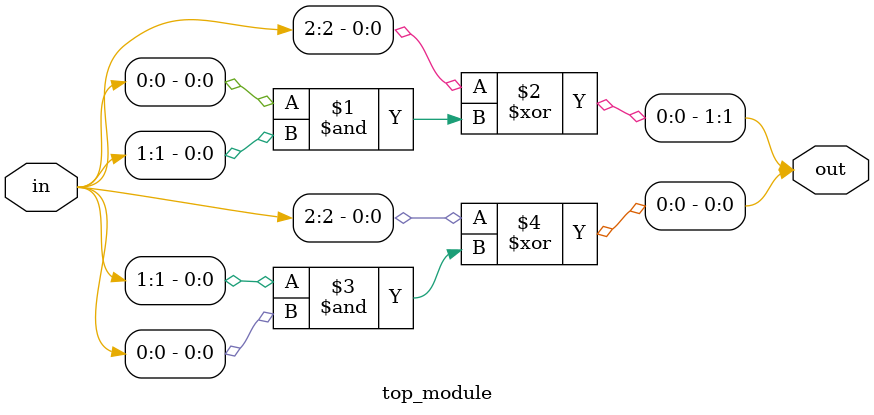
<source format=sv>
module top_module (
	input [2:0] in,
	output [1:0] out
);

	// Logic for addition
	assign out[1] = in[2] ^ (in[0] & in[1]);
	assign out[0] = in[2] ^ (in[1] & in[0]);
  
endmodule

</source>
